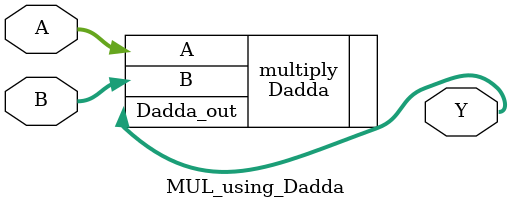
<source format=v>


module MUL_using_Dadda(
    input [15:0] A,
    input [15:0] B, 
    output [31:0] Y
    );
    
    Dadda multiply(
        .A(A),
        .B(B),
        .Dadda_out(Y)
    );
endmodule

</source>
